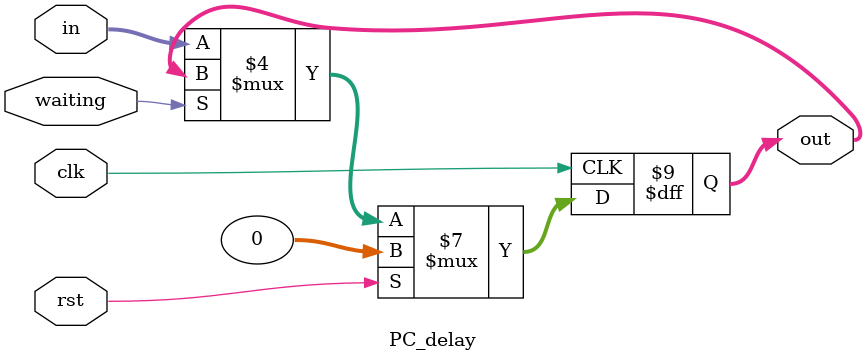
<source format=sv>
module PC_delay(
    clk,
    rst,
    in,
    out,
	waiting
);

input clk,rst,waiting;
input [31:0] in;
output logic [31:0] out;

always_ff @(posedge clk ) begin 
    if(rst) begin
        out<=32'd0;
    end
	else if(waiting==1'd1) out<=out;
    else begin
        out<=in;
    end
end

endmodule

</source>
